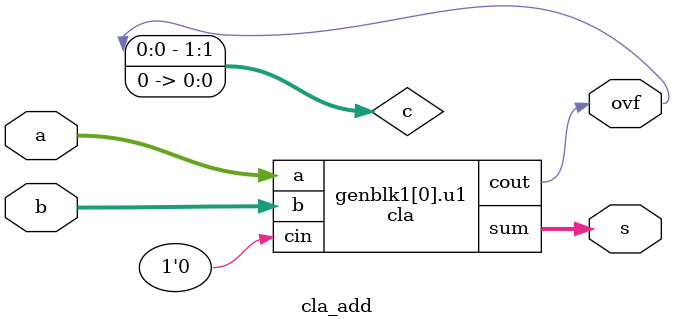
<source format=sv>
module cla (
  input logic [3:0] a, b,
  input logic cin,
  output logic [3:0] sum,
  output logic cout
);

  wire p0, p1, p2, p3;
  wire g0, g1, g2, g3;
  wire c0, c1, c2, c3;

  assign p0 = a[0] ^ b[0];
  assign p1 = a[1] ^ b[1];
  assign p2 = a[2] ^ b[2];
  assign p3 = a[3] ^ b[3];

  assign g0 = a[0] & b[0];
  assign g1 = a[1] & b[1];
  assign g2 = a[2] & b[2];
  assign g3 = a[3] & b[3];

  assign c0 = g0 | (p0 & cin);
  assign c1 = g1 | (p1 & (g0 | (p0 & cin)));
  assign c2 = g2 | (p2 & (g1 | (p1 & (g0 | (p0 & cin)))));
  assign c3 = g3 | (p3 & (g2 | (p2 & (g1 | (p1 & (g0 | (p0 & cin)))))));
  assign cout = c3;

  assign sum[0] = p0 ^ cin;
  assign sum[1] = p1 ^ c0;
  assign sum[2] = p2 ^ c1;
  assign sum[3] = p3 ^ c2;


endmodule


module cla_add #(
    parameter N = 4
) (
  input logic [N-1:0] a, b,
  output logic [N-1:0] s,
  output logic ovf
);

  logic [N/4:0] c;
  assign c[0] = 0;
  genvar i;
  for (i = 0; i < N; i = i + 4) begin
    cla u1 (
        a[(3+i):i],
        b[(3+i):i],
        c[i/4],
        s[(3+i):i],
        c[i/4+1]
    );
  end
  assign ovf = c[N/4];

endmodule

</source>
